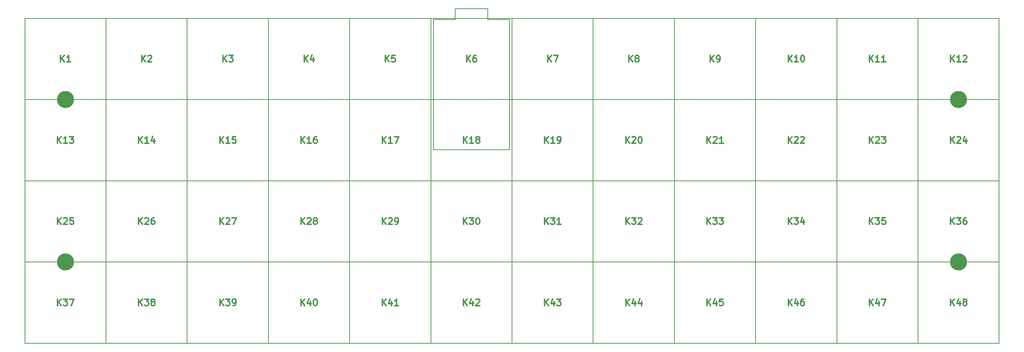
<source format=gto>
%TF.GenerationSoftware,KiCad,Pcbnew,6.0.3-a3aad9c10e~116~ubuntu21.10.1*%
%TF.CreationDate,2022-04-17T15:15:34+01:00*%
%TF.ProjectId,PCB,5043422e-6b69-4636-9164-5f7063625858,rev?*%
%TF.SameCoordinates,Original*%
%TF.FileFunction,Legend,Top*%
%TF.FilePolarity,Positive*%
%FSLAX46Y46*%
G04 Gerber Fmt 4.6, Leading zero omitted, Abs format (unit mm)*
G04 Created by KiCad (PCBNEW 6.0.3-a3aad9c10e~116~ubuntu21.10.1) date 2022-04-17 15:15:34*
%MOMM*%
%LPD*%
G01*
G04 APERTURE LIST*
%ADD10C,0.300000*%
%ADD11C,0.200000*%
%ADD12C,0.150000*%
%ADD13C,4.000000*%
G04 APERTURE END LIST*
D10*
%TO.C,K2*%
X63895142Y-71629428D02*
X63895142Y-70105428D01*
X64766000Y-71629428D02*
X64112857Y-70758571D01*
X64766000Y-70105428D02*
X63895142Y-70976285D01*
X65346571Y-70250571D02*
X65419142Y-70178000D01*
X65564285Y-70105428D01*
X65927142Y-70105428D01*
X66072285Y-70178000D01*
X66144857Y-70250571D01*
X66217428Y-70395714D01*
X66217428Y-70540857D01*
X66144857Y-70758571D01*
X65274000Y-71629428D01*
X66217428Y-71629428D01*
%TO.C,K40*%
X101169428Y-128629428D02*
X101169428Y-127105428D01*
X102040285Y-128629428D02*
X101387142Y-127758571D01*
X102040285Y-127105428D02*
X101169428Y-127976285D01*
X103346571Y-127613428D02*
X103346571Y-128629428D01*
X102983714Y-127032857D02*
X102620857Y-128121428D01*
X103564285Y-128121428D01*
X104435142Y-127105428D02*
X104580285Y-127105428D01*
X104725428Y-127178000D01*
X104798000Y-127250571D01*
X104870571Y-127395714D01*
X104943142Y-127686000D01*
X104943142Y-128048857D01*
X104870571Y-128339142D01*
X104798000Y-128484285D01*
X104725428Y-128556857D01*
X104580285Y-128629428D01*
X104435142Y-128629428D01*
X104290000Y-128556857D01*
X104217428Y-128484285D01*
X104144857Y-128339142D01*
X104072285Y-128048857D01*
X104072285Y-127686000D01*
X104144857Y-127395714D01*
X104217428Y-127250571D01*
X104290000Y-127178000D01*
X104435142Y-127105428D01*
%TO.C,K42*%
X139169428Y-128629428D02*
X139169428Y-127105428D01*
X140040285Y-128629428D02*
X139387142Y-127758571D01*
X140040285Y-127105428D02*
X139169428Y-127976285D01*
X141346571Y-127613428D02*
X141346571Y-128629428D01*
X140983714Y-127032857D02*
X140620857Y-128121428D01*
X141564285Y-128121428D01*
X142072285Y-127250571D02*
X142144857Y-127178000D01*
X142290000Y-127105428D01*
X142652857Y-127105428D01*
X142798000Y-127178000D01*
X142870571Y-127250571D01*
X142943142Y-127395714D01*
X142943142Y-127540857D01*
X142870571Y-127758571D01*
X141999714Y-128629428D01*
X142943142Y-128629428D01*
%TO.C,K35*%
X234169428Y-109629428D02*
X234169428Y-108105428D01*
X235040285Y-109629428D02*
X234387142Y-108758571D01*
X235040285Y-108105428D02*
X234169428Y-108976285D01*
X235548285Y-108105428D02*
X236491714Y-108105428D01*
X235983714Y-108686000D01*
X236201428Y-108686000D01*
X236346571Y-108758571D01*
X236419142Y-108831142D01*
X236491714Y-108976285D01*
X236491714Y-109339142D01*
X236419142Y-109484285D01*
X236346571Y-109556857D01*
X236201428Y-109629428D01*
X235766000Y-109629428D01*
X235620857Y-109556857D01*
X235548285Y-109484285D01*
X237870571Y-108105428D02*
X237144857Y-108105428D01*
X237072285Y-108831142D01*
X237144857Y-108758571D01*
X237290000Y-108686000D01*
X237652857Y-108686000D01*
X237798000Y-108758571D01*
X237870571Y-108831142D01*
X237943142Y-108976285D01*
X237943142Y-109339142D01*
X237870571Y-109484285D01*
X237798000Y-109556857D01*
X237652857Y-109629428D01*
X237290000Y-109629428D01*
X237144857Y-109556857D01*
X237072285Y-109484285D01*
%TO.C,K25*%
X44169428Y-109629428D02*
X44169428Y-108105428D01*
X45040285Y-109629428D02*
X44387142Y-108758571D01*
X45040285Y-108105428D02*
X44169428Y-108976285D01*
X45620857Y-108250571D02*
X45693428Y-108178000D01*
X45838571Y-108105428D01*
X46201428Y-108105428D01*
X46346571Y-108178000D01*
X46419142Y-108250571D01*
X46491714Y-108395714D01*
X46491714Y-108540857D01*
X46419142Y-108758571D01*
X45548285Y-109629428D01*
X46491714Y-109629428D01*
X47870571Y-108105428D02*
X47144857Y-108105428D01*
X47072285Y-108831142D01*
X47144857Y-108758571D01*
X47290000Y-108686000D01*
X47652857Y-108686000D01*
X47798000Y-108758571D01*
X47870571Y-108831142D01*
X47943142Y-108976285D01*
X47943142Y-109339142D01*
X47870571Y-109484285D01*
X47798000Y-109556857D01*
X47652857Y-109629428D01*
X47290000Y-109629428D01*
X47144857Y-109556857D01*
X47072285Y-109484285D01*
%TO.C,K32*%
X177169428Y-109629428D02*
X177169428Y-108105428D01*
X178040285Y-109629428D02*
X177387142Y-108758571D01*
X178040285Y-108105428D02*
X177169428Y-108976285D01*
X178548285Y-108105428D02*
X179491714Y-108105428D01*
X178983714Y-108686000D01*
X179201428Y-108686000D01*
X179346571Y-108758571D01*
X179419142Y-108831142D01*
X179491714Y-108976285D01*
X179491714Y-109339142D01*
X179419142Y-109484285D01*
X179346571Y-109556857D01*
X179201428Y-109629428D01*
X178766000Y-109629428D01*
X178620857Y-109556857D01*
X178548285Y-109484285D01*
X180072285Y-108250571D02*
X180144857Y-108178000D01*
X180290000Y-108105428D01*
X180652857Y-108105428D01*
X180798000Y-108178000D01*
X180870571Y-108250571D01*
X180943142Y-108395714D01*
X180943142Y-108540857D01*
X180870571Y-108758571D01*
X179999714Y-109629428D01*
X180943142Y-109629428D01*
%TO.C,K27*%
X82169428Y-109629428D02*
X82169428Y-108105428D01*
X83040285Y-109629428D02*
X82387142Y-108758571D01*
X83040285Y-108105428D02*
X82169428Y-108976285D01*
X83620857Y-108250571D02*
X83693428Y-108178000D01*
X83838571Y-108105428D01*
X84201428Y-108105428D01*
X84346571Y-108178000D01*
X84419142Y-108250571D01*
X84491714Y-108395714D01*
X84491714Y-108540857D01*
X84419142Y-108758571D01*
X83548285Y-109629428D01*
X84491714Y-109629428D01*
X84999714Y-108105428D02*
X86015714Y-108105428D01*
X85362571Y-109629428D01*
%TO.C,K12*%
X253169428Y-71629428D02*
X253169428Y-70105428D01*
X254040285Y-71629428D02*
X253387142Y-70758571D01*
X254040285Y-70105428D02*
X253169428Y-70976285D01*
X255491714Y-71629428D02*
X254620857Y-71629428D01*
X255056285Y-71629428D02*
X255056285Y-70105428D01*
X254911142Y-70323142D01*
X254766000Y-70468285D01*
X254620857Y-70540857D01*
X256072285Y-70250571D02*
X256144857Y-70178000D01*
X256290000Y-70105428D01*
X256652857Y-70105428D01*
X256798000Y-70178000D01*
X256870571Y-70250571D01*
X256943142Y-70395714D01*
X256943142Y-70540857D01*
X256870571Y-70758571D01*
X255999714Y-71629428D01*
X256943142Y-71629428D01*
%TO.C,K5*%
X120895142Y-71629428D02*
X120895142Y-70105428D01*
X121766000Y-71629428D02*
X121112857Y-70758571D01*
X121766000Y-70105428D02*
X120895142Y-70976285D01*
X123144857Y-70105428D02*
X122419142Y-70105428D01*
X122346571Y-70831142D01*
X122419142Y-70758571D01*
X122564285Y-70686000D01*
X122927142Y-70686000D01*
X123072285Y-70758571D01*
X123144857Y-70831142D01*
X123217428Y-70976285D01*
X123217428Y-71339142D01*
X123144857Y-71484285D01*
X123072285Y-71556857D01*
X122927142Y-71629428D01*
X122564285Y-71629428D01*
X122419142Y-71556857D01*
X122346571Y-71484285D01*
%TO.C,K7*%
X158895142Y-71629428D02*
X158895142Y-70105428D01*
X159766000Y-71629428D02*
X159112857Y-70758571D01*
X159766000Y-70105428D02*
X158895142Y-70976285D01*
X160274000Y-70105428D02*
X161290000Y-70105428D01*
X160636857Y-71629428D01*
%TO.C,K17*%
X120169428Y-90629428D02*
X120169428Y-89105428D01*
X121040285Y-90629428D02*
X120387142Y-89758571D01*
X121040285Y-89105428D02*
X120169428Y-89976285D01*
X122491714Y-90629428D02*
X121620857Y-90629428D01*
X122056285Y-90629428D02*
X122056285Y-89105428D01*
X121911142Y-89323142D01*
X121766000Y-89468285D01*
X121620857Y-89540857D01*
X122999714Y-89105428D02*
X124015714Y-89105428D01*
X123362571Y-90629428D01*
%TO.C,K19*%
X158169428Y-90629428D02*
X158169428Y-89105428D01*
X159040285Y-90629428D02*
X158387142Y-89758571D01*
X159040285Y-89105428D02*
X158169428Y-89976285D01*
X160491714Y-90629428D02*
X159620857Y-90629428D01*
X160056285Y-90629428D02*
X160056285Y-89105428D01*
X159911142Y-89323142D01*
X159766000Y-89468285D01*
X159620857Y-89540857D01*
X161217428Y-90629428D02*
X161507714Y-90629428D01*
X161652857Y-90556857D01*
X161725428Y-90484285D01*
X161870571Y-90266571D01*
X161943142Y-89976285D01*
X161943142Y-89395714D01*
X161870571Y-89250571D01*
X161798000Y-89178000D01*
X161652857Y-89105428D01*
X161362571Y-89105428D01*
X161217428Y-89178000D01*
X161144857Y-89250571D01*
X161072285Y-89395714D01*
X161072285Y-89758571D01*
X161144857Y-89903714D01*
X161217428Y-89976285D01*
X161362571Y-90048857D01*
X161652857Y-90048857D01*
X161798000Y-89976285D01*
X161870571Y-89903714D01*
X161943142Y-89758571D01*
%TO.C,K4*%
X101895142Y-71629428D02*
X101895142Y-70105428D01*
X102766000Y-71629428D02*
X102112857Y-70758571D01*
X102766000Y-70105428D02*
X101895142Y-70976285D01*
X104072285Y-70613428D02*
X104072285Y-71629428D01*
X103709428Y-70032857D02*
X103346571Y-71121428D01*
X104290000Y-71121428D01*
%TO.C,K23*%
X234169428Y-90629428D02*
X234169428Y-89105428D01*
X235040285Y-90629428D02*
X234387142Y-89758571D01*
X235040285Y-89105428D02*
X234169428Y-89976285D01*
X235620857Y-89250571D02*
X235693428Y-89178000D01*
X235838571Y-89105428D01*
X236201428Y-89105428D01*
X236346571Y-89178000D01*
X236419142Y-89250571D01*
X236491714Y-89395714D01*
X236491714Y-89540857D01*
X236419142Y-89758571D01*
X235548285Y-90629428D01*
X236491714Y-90629428D01*
X236999714Y-89105428D02*
X237943142Y-89105428D01*
X237435142Y-89686000D01*
X237652857Y-89686000D01*
X237798000Y-89758571D01*
X237870571Y-89831142D01*
X237943142Y-89976285D01*
X237943142Y-90339142D01*
X237870571Y-90484285D01*
X237798000Y-90556857D01*
X237652857Y-90629428D01*
X237217428Y-90629428D01*
X237072285Y-90556857D01*
X236999714Y-90484285D01*
%TO.C,K43*%
X158169428Y-128629428D02*
X158169428Y-127105428D01*
X159040285Y-128629428D02*
X158387142Y-127758571D01*
X159040285Y-127105428D02*
X158169428Y-127976285D01*
X160346571Y-127613428D02*
X160346571Y-128629428D01*
X159983714Y-127032857D02*
X159620857Y-128121428D01*
X160564285Y-128121428D01*
X160999714Y-127105428D02*
X161943142Y-127105428D01*
X161435142Y-127686000D01*
X161652857Y-127686000D01*
X161798000Y-127758571D01*
X161870571Y-127831142D01*
X161943142Y-127976285D01*
X161943142Y-128339142D01*
X161870571Y-128484285D01*
X161798000Y-128556857D01*
X161652857Y-128629428D01*
X161217428Y-128629428D01*
X161072285Y-128556857D01*
X160999714Y-128484285D01*
%TO.C,K10*%
X215169428Y-71629428D02*
X215169428Y-70105428D01*
X216040285Y-71629428D02*
X215387142Y-70758571D01*
X216040285Y-70105428D02*
X215169428Y-70976285D01*
X217491714Y-71629428D02*
X216620857Y-71629428D01*
X217056285Y-71629428D02*
X217056285Y-70105428D01*
X216911142Y-70323142D01*
X216766000Y-70468285D01*
X216620857Y-70540857D01*
X218435142Y-70105428D02*
X218580285Y-70105428D01*
X218725428Y-70178000D01*
X218798000Y-70250571D01*
X218870571Y-70395714D01*
X218943142Y-70686000D01*
X218943142Y-71048857D01*
X218870571Y-71339142D01*
X218798000Y-71484285D01*
X218725428Y-71556857D01*
X218580285Y-71629428D01*
X218435142Y-71629428D01*
X218290000Y-71556857D01*
X218217428Y-71484285D01*
X218144857Y-71339142D01*
X218072285Y-71048857D01*
X218072285Y-70686000D01*
X218144857Y-70395714D01*
X218217428Y-70250571D01*
X218290000Y-70178000D01*
X218435142Y-70105428D01*
%TO.C,K1*%
X44895142Y-71629428D02*
X44895142Y-70105428D01*
X45766000Y-71629428D02*
X45112857Y-70758571D01*
X45766000Y-70105428D02*
X44895142Y-70976285D01*
X47217428Y-71629428D02*
X46346571Y-71629428D01*
X46782000Y-71629428D02*
X46782000Y-70105428D01*
X46636857Y-70323142D01*
X46491714Y-70468285D01*
X46346571Y-70540857D01*
%TO.C,K44*%
X177169428Y-128629428D02*
X177169428Y-127105428D01*
X178040285Y-128629428D02*
X177387142Y-127758571D01*
X178040285Y-127105428D02*
X177169428Y-127976285D01*
X179346571Y-127613428D02*
X179346571Y-128629428D01*
X178983714Y-127032857D02*
X178620857Y-128121428D01*
X179564285Y-128121428D01*
X180798000Y-127613428D02*
X180798000Y-128629428D01*
X180435142Y-127032857D02*
X180072285Y-128121428D01*
X181015714Y-128121428D01*
%TO.C,K18*%
X139169428Y-90629428D02*
X139169428Y-89105428D01*
X140040285Y-90629428D02*
X139387142Y-89758571D01*
X140040285Y-89105428D02*
X139169428Y-89976285D01*
X141491714Y-90629428D02*
X140620857Y-90629428D01*
X141056285Y-90629428D02*
X141056285Y-89105428D01*
X140911142Y-89323142D01*
X140766000Y-89468285D01*
X140620857Y-89540857D01*
X142362571Y-89758571D02*
X142217428Y-89686000D01*
X142144857Y-89613428D01*
X142072285Y-89468285D01*
X142072285Y-89395714D01*
X142144857Y-89250571D01*
X142217428Y-89178000D01*
X142362571Y-89105428D01*
X142652857Y-89105428D01*
X142798000Y-89178000D01*
X142870571Y-89250571D01*
X142943142Y-89395714D01*
X142943142Y-89468285D01*
X142870571Y-89613428D01*
X142798000Y-89686000D01*
X142652857Y-89758571D01*
X142362571Y-89758571D01*
X142217428Y-89831142D01*
X142144857Y-89903714D01*
X142072285Y-90048857D01*
X142072285Y-90339142D01*
X142144857Y-90484285D01*
X142217428Y-90556857D01*
X142362571Y-90629428D01*
X142652857Y-90629428D01*
X142798000Y-90556857D01*
X142870571Y-90484285D01*
X142943142Y-90339142D01*
X142943142Y-90048857D01*
X142870571Y-89903714D01*
X142798000Y-89831142D01*
X142652857Y-89758571D01*
%TO.C,K24*%
X253169428Y-90629428D02*
X253169428Y-89105428D01*
X254040285Y-90629428D02*
X253387142Y-89758571D01*
X254040285Y-89105428D02*
X253169428Y-89976285D01*
X254620857Y-89250571D02*
X254693428Y-89178000D01*
X254838571Y-89105428D01*
X255201428Y-89105428D01*
X255346571Y-89178000D01*
X255419142Y-89250571D01*
X255491714Y-89395714D01*
X255491714Y-89540857D01*
X255419142Y-89758571D01*
X254548285Y-90629428D01*
X255491714Y-90629428D01*
X256798000Y-89613428D02*
X256798000Y-90629428D01*
X256435142Y-89032857D02*
X256072285Y-90121428D01*
X257015714Y-90121428D01*
%TO.C,K22*%
X215169428Y-90629428D02*
X215169428Y-89105428D01*
X216040285Y-90629428D02*
X215387142Y-89758571D01*
X216040285Y-89105428D02*
X215169428Y-89976285D01*
X216620857Y-89250571D02*
X216693428Y-89178000D01*
X216838571Y-89105428D01*
X217201428Y-89105428D01*
X217346571Y-89178000D01*
X217419142Y-89250571D01*
X217491714Y-89395714D01*
X217491714Y-89540857D01*
X217419142Y-89758571D01*
X216548285Y-90629428D01*
X217491714Y-90629428D01*
X218072285Y-89250571D02*
X218144857Y-89178000D01*
X218290000Y-89105428D01*
X218652857Y-89105428D01*
X218798000Y-89178000D01*
X218870571Y-89250571D01*
X218943142Y-89395714D01*
X218943142Y-89540857D01*
X218870571Y-89758571D01*
X217999714Y-90629428D01*
X218943142Y-90629428D01*
%TO.C,K46*%
X215169428Y-128629428D02*
X215169428Y-127105428D01*
X216040285Y-128629428D02*
X215387142Y-127758571D01*
X216040285Y-127105428D02*
X215169428Y-127976285D01*
X217346571Y-127613428D02*
X217346571Y-128629428D01*
X216983714Y-127032857D02*
X216620857Y-128121428D01*
X217564285Y-128121428D01*
X218798000Y-127105428D02*
X218507714Y-127105428D01*
X218362571Y-127178000D01*
X218290000Y-127250571D01*
X218144857Y-127468285D01*
X218072285Y-127758571D01*
X218072285Y-128339142D01*
X218144857Y-128484285D01*
X218217428Y-128556857D01*
X218362571Y-128629428D01*
X218652857Y-128629428D01*
X218798000Y-128556857D01*
X218870571Y-128484285D01*
X218943142Y-128339142D01*
X218943142Y-127976285D01*
X218870571Y-127831142D01*
X218798000Y-127758571D01*
X218652857Y-127686000D01*
X218362571Y-127686000D01*
X218217428Y-127758571D01*
X218144857Y-127831142D01*
X218072285Y-127976285D01*
%TO.C,K28*%
X101169428Y-109629428D02*
X101169428Y-108105428D01*
X102040285Y-109629428D02*
X101387142Y-108758571D01*
X102040285Y-108105428D02*
X101169428Y-108976285D01*
X102620857Y-108250571D02*
X102693428Y-108178000D01*
X102838571Y-108105428D01*
X103201428Y-108105428D01*
X103346571Y-108178000D01*
X103419142Y-108250571D01*
X103491714Y-108395714D01*
X103491714Y-108540857D01*
X103419142Y-108758571D01*
X102548285Y-109629428D01*
X103491714Y-109629428D01*
X104362571Y-108758571D02*
X104217428Y-108686000D01*
X104144857Y-108613428D01*
X104072285Y-108468285D01*
X104072285Y-108395714D01*
X104144857Y-108250571D01*
X104217428Y-108178000D01*
X104362571Y-108105428D01*
X104652857Y-108105428D01*
X104798000Y-108178000D01*
X104870571Y-108250571D01*
X104943142Y-108395714D01*
X104943142Y-108468285D01*
X104870571Y-108613428D01*
X104798000Y-108686000D01*
X104652857Y-108758571D01*
X104362571Y-108758571D01*
X104217428Y-108831142D01*
X104144857Y-108903714D01*
X104072285Y-109048857D01*
X104072285Y-109339142D01*
X104144857Y-109484285D01*
X104217428Y-109556857D01*
X104362571Y-109629428D01*
X104652857Y-109629428D01*
X104798000Y-109556857D01*
X104870571Y-109484285D01*
X104943142Y-109339142D01*
X104943142Y-109048857D01*
X104870571Y-108903714D01*
X104798000Y-108831142D01*
X104652857Y-108758571D01*
%TO.C,K3*%
X82895142Y-71629428D02*
X82895142Y-70105428D01*
X83766000Y-71629428D02*
X83112857Y-70758571D01*
X83766000Y-70105428D02*
X82895142Y-70976285D01*
X84274000Y-70105428D02*
X85217428Y-70105428D01*
X84709428Y-70686000D01*
X84927142Y-70686000D01*
X85072285Y-70758571D01*
X85144857Y-70831142D01*
X85217428Y-70976285D01*
X85217428Y-71339142D01*
X85144857Y-71484285D01*
X85072285Y-71556857D01*
X84927142Y-71629428D01*
X84491714Y-71629428D01*
X84346571Y-71556857D01*
X84274000Y-71484285D01*
%TO.C,K9*%
X196895142Y-71629428D02*
X196895142Y-70105428D01*
X197766000Y-71629428D02*
X197112857Y-70758571D01*
X197766000Y-70105428D02*
X196895142Y-70976285D01*
X198491714Y-71629428D02*
X198782000Y-71629428D01*
X198927142Y-71556857D01*
X198999714Y-71484285D01*
X199144857Y-71266571D01*
X199217428Y-70976285D01*
X199217428Y-70395714D01*
X199144857Y-70250571D01*
X199072285Y-70178000D01*
X198927142Y-70105428D01*
X198636857Y-70105428D01*
X198491714Y-70178000D01*
X198419142Y-70250571D01*
X198346571Y-70395714D01*
X198346571Y-70758571D01*
X198419142Y-70903714D01*
X198491714Y-70976285D01*
X198636857Y-71048857D01*
X198927142Y-71048857D01*
X199072285Y-70976285D01*
X199144857Y-70903714D01*
X199217428Y-70758571D01*
%TO.C,K8*%
X177895142Y-71629428D02*
X177895142Y-70105428D01*
X178766000Y-71629428D02*
X178112857Y-70758571D01*
X178766000Y-70105428D02*
X177895142Y-70976285D01*
X179636857Y-70758571D02*
X179491714Y-70686000D01*
X179419142Y-70613428D01*
X179346571Y-70468285D01*
X179346571Y-70395714D01*
X179419142Y-70250571D01*
X179491714Y-70178000D01*
X179636857Y-70105428D01*
X179927142Y-70105428D01*
X180072285Y-70178000D01*
X180144857Y-70250571D01*
X180217428Y-70395714D01*
X180217428Y-70468285D01*
X180144857Y-70613428D01*
X180072285Y-70686000D01*
X179927142Y-70758571D01*
X179636857Y-70758571D01*
X179491714Y-70831142D01*
X179419142Y-70903714D01*
X179346571Y-71048857D01*
X179346571Y-71339142D01*
X179419142Y-71484285D01*
X179491714Y-71556857D01*
X179636857Y-71629428D01*
X179927142Y-71629428D01*
X180072285Y-71556857D01*
X180144857Y-71484285D01*
X180217428Y-71339142D01*
X180217428Y-71048857D01*
X180144857Y-70903714D01*
X180072285Y-70831142D01*
X179927142Y-70758571D01*
%TO.C,K21*%
X196169428Y-90629428D02*
X196169428Y-89105428D01*
X197040285Y-90629428D02*
X196387142Y-89758571D01*
X197040285Y-89105428D02*
X196169428Y-89976285D01*
X197620857Y-89250571D02*
X197693428Y-89178000D01*
X197838571Y-89105428D01*
X198201428Y-89105428D01*
X198346571Y-89178000D01*
X198419142Y-89250571D01*
X198491714Y-89395714D01*
X198491714Y-89540857D01*
X198419142Y-89758571D01*
X197548285Y-90629428D01*
X198491714Y-90629428D01*
X199943142Y-90629428D02*
X199072285Y-90629428D01*
X199507714Y-90629428D02*
X199507714Y-89105428D01*
X199362571Y-89323142D01*
X199217428Y-89468285D01*
X199072285Y-89540857D01*
%TO.C,K29*%
X120169428Y-109629428D02*
X120169428Y-108105428D01*
X121040285Y-109629428D02*
X120387142Y-108758571D01*
X121040285Y-108105428D02*
X120169428Y-108976285D01*
X121620857Y-108250571D02*
X121693428Y-108178000D01*
X121838571Y-108105428D01*
X122201428Y-108105428D01*
X122346571Y-108178000D01*
X122419142Y-108250571D01*
X122491714Y-108395714D01*
X122491714Y-108540857D01*
X122419142Y-108758571D01*
X121548285Y-109629428D01*
X122491714Y-109629428D01*
X123217428Y-109629428D02*
X123507714Y-109629428D01*
X123652857Y-109556857D01*
X123725428Y-109484285D01*
X123870571Y-109266571D01*
X123943142Y-108976285D01*
X123943142Y-108395714D01*
X123870571Y-108250571D01*
X123798000Y-108178000D01*
X123652857Y-108105428D01*
X123362571Y-108105428D01*
X123217428Y-108178000D01*
X123144857Y-108250571D01*
X123072285Y-108395714D01*
X123072285Y-108758571D01*
X123144857Y-108903714D01*
X123217428Y-108976285D01*
X123362571Y-109048857D01*
X123652857Y-109048857D01*
X123798000Y-108976285D01*
X123870571Y-108903714D01*
X123943142Y-108758571D01*
%TO.C,K14*%
X63169428Y-90629428D02*
X63169428Y-89105428D01*
X64040285Y-90629428D02*
X63387142Y-89758571D01*
X64040285Y-89105428D02*
X63169428Y-89976285D01*
X65491714Y-90629428D02*
X64620857Y-90629428D01*
X65056285Y-90629428D02*
X65056285Y-89105428D01*
X64911142Y-89323142D01*
X64766000Y-89468285D01*
X64620857Y-89540857D01*
X66798000Y-89613428D02*
X66798000Y-90629428D01*
X66435142Y-89032857D02*
X66072285Y-90121428D01*
X67015714Y-90121428D01*
%TO.C,K39*%
X82169428Y-128629428D02*
X82169428Y-127105428D01*
X83040285Y-128629428D02*
X82387142Y-127758571D01*
X83040285Y-127105428D02*
X82169428Y-127976285D01*
X83548285Y-127105428D02*
X84491714Y-127105428D01*
X83983714Y-127686000D01*
X84201428Y-127686000D01*
X84346571Y-127758571D01*
X84419142Y-127831142D01*
X84491714Y-127976285D01*
X84491714Y-128339142D01*
X84419142Y-128484285D01*
X84346571Y-128556857D01*
X84201428Y-128629428D01*
X83766000Y-128629428D01*
X83620857Y-128556857D01*
X83548285Y-128484285D01*
X85217428Y-128629428D02*
X85507714Y-128629428D01*
X85652857Y-128556857D01*
X85725428Y-128484285D01*
X85870571Y-128266571D01*
X85943142Y-127976285D01*
X85943142Y-127395714D01*
X85870571Y-127250571D01*
X85798000Y-127178000D01*
X85652857Y-127105428D01*
X85362571Y-127105428D01*
X85217428Y-127178000D01*
X85144857Y-127250571D01*
X85072285Y-127395714D01*
X85072285Y-127758571D01*
X85144857Y-127903714D01*
X85217428Y-127976285D01*
X85362571Y-128048857D01*
X85652857Y-128048857D01*
X85798000Y-127976285D01*
X85870571Y-127903714D01*
X85943142Y-127758571D01*
%TO.C,K6*%
X139895142Y-71629428D02*
X139895142Y-70105428D01*
X140766000Y-71629428D02*
X140112857Y-70758571D01*
X140766000Y-70105428D02*
X139895142Y-70976285D01*
X142072285Y-70105428D02*
X141782000Y-70105428D01*
X141636857Y-70178000D01*
X141564285Y-70250571D01*
X141419142Y-70468285D01*
X141346571Y-70758571D01*
X141346571Y-71339142D01*
X141419142Y-71484285D01*
X141491714Y-71556857D01*
X141636857Y-71629428D01*
X141927142Y-71629428D01*
X142072285Y-71556857D01*
X142144857Y-71484285D01*
X142217428Y-71339142D01*
X142217428Y-70976285D01*
X142144857Y-70831142D01*
X142072285Y-70758571D01*
X141927142Y-70686000D01*
X141636857Y-70686000D01*
X141491714Y-70758571D01*
X141419142Y-70831142D01*
X141346571Y-70976285D01*
%TO.C,K45*%
X196169428Y-128629428D02*
X196169428Y-127105428D01*
X197040285Y-128629428D02*
X196387142Y-127758571D01*
X197040285Y-127105428D02*
X196169428Y-127976285D01*
X198346571Y-127613428D02*
X198346571Y-128629428D01*
X197983714Y-127032857D02*
X197620857Y-128121428D01*
X198564285Y-128121428D01*
X199870571Y-127105428D02*
X199144857Y-127105428D01*
X199072285Y-127831142D01*
X199144857Y-127758571D01*
X199290000Y-127686000D01*
X199652857Y-127686000D01*
X199798000Y-127758571D01*
X199870571Y-127831142D01*
X199943142Y-127976285D01*
X199943142Y-128339142D01*
X199870571Y-128484285D01*
X199798000Y-128556857D01*
X199652857Y-128629428D01*
X199290000Y-128629428D01*
X199144857Y-128556857D01*
X199072285Y-128484285D01*
%TO.C,K31*%
X158169428Y-109629428D02*
X158169428Y-108105428D01*
X159040285Y-109629428D02*
X158387142Y-108758571D01*
X159040285Y-108105428D02*
X158169428Y-108976285D01*
X159548285Y-108105428D02*
X160491714Y-108105428D01*
X159983714Y-108686000D01*
X160201428Y-108686000D01*
X160346571Y-108758571D01*
X160419142Y-108831142D01*
X160491714Y-108976285D01*
X160491714Y-109339142D01*
X160419142Y-109484285D01*
X160346571Y-109556857D01*
X160201428Y-109629428D01*
X159766000Y-109629428D01*
X159620857Y-109556857D01*
X159548285Y-109484285D01*
X161943142Y-109629428D02*
X161072285Y-109629428D01*
X161507714Y-109629428D02*
X161507714Y-108105428D01*
X161362571Y-108323142D01*
X161217428Y-108468285D01*
X161072285Y-108540857D01*
%TO.C,K26*%
X63169428Y-109629428D02*
X63169428Y-108105428D01*
X64040285Y-109629428D02*
X63387142Y-108758571D01*
X64040285Y-108105428D02*
X63169428Y-108976285D01*
X64620857Y-108250571D02*
X64693428Y-108178000D01*
X64838571Y-108105428D01*
X65201428Y-108105428D01*
X65346571Y-108178000D01*
X65419142Y-108250571D01*
X65491714Y-108395714D01*
X65491714Y-108540857D01*
X65419142Y-108758571D01*
X64548285Y-109629428D01*
X65491714Y-109629428D01*
X66798000Y-108105428D02*
X66507714Y-108105428D01*
X66362571Y-108178000D01*
X66290000Y-108250571D01*
X66144857Y-108468285D01*
X66072285Y-108758571D01*
X66072285Y-109339142D01*
X66144857Y-109484285D01*
X66217428Y-109556857D01*
X66362571Y-109629428D01*
X66652857Y-109629428D01*
X66798000Y-109556857D01*
X66870571Y-109484285D01*
X66943142Y-109339142D01*
X66943142Y-108976285D01*
X66870571Y-108831142D01*
X66798000Y-108758571D01*
X66652857Y-108686000D01*
X66362571Y-108686000D01*
X66217428Y-108758571D01*
X66144857Y-108831142D01*
X66072285Y-108976285D01*
%TO.C,K15*%
X82169428Y-90629428D02*
X82169428Y-89105428D01*
X83040285Y-90629428D02*
X82387142Y-89758571D01*
X83040285Y-89105428D02*
X82169428Y-89976285D01*
X84491714Y-90629428D02*
X83620857Y-90629428D01*
X84056285Y-90629428D02*
X84056285Y-89105428D01*
X83911142Y-89323142D01*
X83766000Y-89468285D01*
X83620857Y-89540857D01*
X85870571Y-89105428D02*
X85144857Y-89105428D01*
X85072285Y-89831142D01*
X85144857Y-89758571D01*
X85290000Y-89686000D01*
X85652857Y-89686000D01*
X85798000Y-89758571D01*
X85870571Y-89831142D01*
X85943142Y-89976285D01*
X85943142Y-90339142D01*
X85870571Y-90484285D01*
X85798000Y-90556857D01*
X85652857Y-90629428D01*
X85290000Y-90629428D01*
X85144857Y-90556857D01*
X85072285Y-90484285D01*
%TO.C,K36*%
X253169428Y-109629428D02*
X253169428Y-108105428D01*
X254040285Y-109629428D02*
X253387142Y-108758571D01*
X254040285Y-108105428D02*
X253169428Y-108976285D01*
X254548285Y-108105428D02*
X255491714Y-108105428D01*
X254983714Y-108686000D01*
X255201428Y-108686000D01*
X255346571Y-108758571D01*
X255419142Y-108831142D01*
X255491714Y-108976285D01*
X255491714Y-109339142D01*
X255419142Y-109484285D01*
X255346571Y-109556857D01*
X255201428Y-109629428D01*
X254766000Y-109629428D01*
X254620857Y-109556857D01*
X254548285Y-109484285D01*
X256798000Y-108105428D02*
X256507714Y-108105428D01*
X256362571Y-108178000D01*
X256290000Y-108250571D01*
X256144857Y-108468285D01*
X256072285Y-108758571D01*
X256072285Y-109339142D01*
X256144857Y-109484285D01*
X256217428Y-109556857D01*
X256362571Y-109629428D01*
X256652857Y-109629428D01*
X256798000Y-109556857D01*
X256870571Y-109484285D01*
X256943142Y-109339142D01*
X256943142Y-108976285D01*
X256870571Y-108831142D01*
X256798000Y-108758571D01*
X256652857Y-108686000D01*
X256362571Y-108686000D01*
X256217428Y-108758571D01*
X256144857Y-108831142D01*
X256072285Y-108976285D01*
%TO.C,K30*%
X139169428Y-109629428D02*
X139169428Y-108105428D01*
X140040285Y-109629428D02*
X139387142Y-108758571D01*
X140040285Y-108105428D02*
X139169428Y-108976285D01*
X140548285Y-108105428D02*
X141491714Y-108105428D01*
X140983714Y-108686000D01*
X141201428Y-108686000D01*
X141346571Y-108758571D01*
X141419142Y-108831142D01*
X141491714Y-108976285D01*
X141491714Y-109339142D01*
X141419142Y-109484285D01*
X141346571Y-109556857D01*
X141201428Y-109629428D01*
X140766000Y-109629428D01*
X140620857Y-109556857D01*
X140548285Y-109484285D01*
X142435142Y-108105428D02*
X142580285Y-108105428D01*
X142725428Y-108178000D01*
X142798000Y-108250571D01*
X142870571Y-108395714D01*
X142943142Y-108686000D01*
X142943142Y-109048857D01*
X142870571Y-109339142D01*
X142798000Y-109484285D01*
X142725428Y-109556857D01*
X142580285Y-109629428D01*
X142435142Y-109629428D01*
X142290000Y-109556857D01*
X142217428Y-109484285D01*
X142144857Y-109339142D01*
X142072285Y-109048857D01*
X142072285Y-108686000D01*
X142144857Y-108395714D01*
X142217428Y-108250571D01*
X142290000Y-108178000D01*
X142435142Y-108105428D01*
%TO.C,K34*%
X215169428Y-109629428D02*
X215169428Y-108105428D01*
X216040285Y-109629428D02*
X215387142Y-108758571D01*
X216040285Y-108105428D02*
X215169428Y-108976285D01*
X216548285Y-108105428D02*
X217491714Y-108105428D01*
X216983714Y-108686000D01*
X217201428Y-108686000D01*
X217346571Y-108758571D01*
X217419142Y-108831142D01*
X217491714Y-108976285D01*
X217491714Y-109339142D01*
X217419142Y-109484285D01*
X217346571Y-109556857D01*
X217201428Y-109629428D01*
X216766000Y-109629428D01*
X216620857Y-109556857D01*
X216548285Y-109484285D01*
X218798000Y-108613428D02*
X218798000Y-109629428D01*
X218435142Y-108032857D02*
X218072285Y-109121428D01*
X219015714Y-109121428D01*
%TO.C,K48*%
X253169428Y-128629428D02*
X253169428Y-127105428D01*
X254040285Y-128629428D02*
X253387142Y-127758571D01*
X254040285Y-127105428D02*
X253169428Y-127976285D01*
X255346571Y-127613428D02*
X255346571Y-128629428D01*
X254983714Y-127032857D02*
X254620857Y-128121428D01*
X255564285Y-128121428D01*
X256362571Y-127758571D02*
X256217428Y-127686000D01*
X256144857Y-127613428D01*
X256072285Y-127468285D01*
X256072285Y-127395714D01*
X256144857Y-127250571D01*
X256217428Y-127178000D01*
X256362571Y-127105428D01*
X256652857Y-127105428D01*
X256798000Y-127178000D01*
X256870571Y-127250571D01*
X256943142Y-127395714D01*
X256943142Y-127468285D01*
X256870571Y-127613428D01*
X256798000Y-127686000D01*
X256652857Y-127758571D01*
X256362571Y-127758571D01*
X256217428Y-127831142D01*
X256144857Y-127903714D01*
X256072285Y-128048857D01*
X256072285Y-128339142D01*
X256144857Y-128484285D01*
X256217428Y-128556857D01*
X256362571Y-128629428D01*
X256652857Y-128629428D01*
X256798000Y-128556857D01*
X256870571Y-128484285D01*
X256943142Y-128339142D01*
X256943142Y-128048857D01*
X256870571Y-127903714D01*
X256798000Y-127831142D01*
X256652857Y-127758571D01*
%TO.C,K11*%
X234169428Y-71629428D02*
X234169428Y-70105428D01*
X235040285Y-71629428D02*
X234387142Y-70758571D01*
X235040285Y-70105428D02*
X234169428Y-70976285D01*
X236491714Y-71629428D02*
X235620857Y-71629428D01*
X236056285Y-71629428D02*
X236056285Y-70105428D01*
X235911142Y-70323142D01*
X235766000Y-70468285D01*
X235620857Y-70540857D01*
X237943142Y-71629428D02*
X237072285Y-71629428D01*
X237507714Y-71629428D02*
X237507714Y-70105428D01*
X237362571Y-70323142D01*
X237217428Y-70468285D01*
X237072285Y-70540857D01*
%TO.C,K20*%
X177169428Y-90629428D02*
X177169428Y-89105428D01*
X178040285Y-90629428D02*
X177387142Y-89758571D01*
X178040285Y-89105428D02*
X177169428Y-89976285D01*
X178620857Y-89250571D02*
X178693428Y-89178000D01*
X178838571Y-89105428D01*
X179201428Y-89105428D01*
X179346571Y-89178000D01*
X179419142Y-89250571D01*
X179491714Y-89395714D01*
X179491714Y-89540857D01*
X179419142Y-89758571D01*
X178548285Y-90629428D01*
X179491714Y-90629428D01*
X180435142Y-89105428D02*
X180580285Y-89105428D01*
X180725428Y-89178000D01*
X180798000Y-89250571D01*
X180870571Y-89395714D01*
X180943142Y-89686000D01*
X180943142Y-90048857D01*
X180870571Y-90339142D01*
X180798000Y-90484285D01*
X180725428Y-90556857D01*
X180580285Y-90629428D01*
X180435142Y-90629428D01*
X180290000Y-90556857D01*
X180217428Y-90484285D01*
X180144857Y-90339142D01*
X180072285Y-90048857D01*
X180072285Y-89686000D01*
X180144857Y-89395714D01*
X180217428Y-89250571D01*
X180290000Y-89178000D01*
X180435142Y-89105428D01*
%TO.C,K33*%
X196169428Y-109629428D02*
X196169428Y-108105428D01*
X197040285Y-109629428D02*
X196387142Y-108758571D01*
X197040285Y-108105428D02*
X196169428Y-108976285D01*
X197548285Y-108105428D02*
X198491714Y-108105428D01*
X197983714Y-108686000D01*
X198201428Y-108686000D01*
X198346571Y-108758571D01*
X198419142Y-108831142D01*
X198491714Y-108976285D01*
X198491714Y-109339142D01*
X198419142Y-109484285D01*
X198346571Y-109556857D01*
X198201428Y-109629428D01*
X197766000Y-109629428D01*
X197620857Y-109556857D01*
X197548285Y-109484285D01*
X198999714Y-108105428D02*
X199943142Y-108105428D01*
X199435142Y-108686000D01*
X199652857Y-108686000D01*
X199798000Y-108758571D01*
X199870571Y-108831142D01*
X199943142Y-108976285D01*
X199943142Y-109339142D01*
X199870571Y-109484285D01*
X199798000Y-109556857D01*
X199652857Y-109629428D01*
X199217428Y-109629428D01*
X199072285Y-109556857D01*
X198999714Y-109484285D01*
%TO.C,K41*%
X120169428Y-128629428D02*
X120169428Y-127105428D01*
X121040285Y-128629428D02*
X120387142Y-127758571D01*
X121040285Y-127105428D02*
X120169428Y-127976285D01*
X122346571Y-127613428D02*
X122346571Y-128629428D01*
X121983714Y-127032857D02*
X121620857Y-128121428D01*
X122564285Y-128121428D01*
X123943142Y-128629428D02*
X123072285Y-128629428D01*
X123507714Y-128629428D02*
X123507714Y-127105428D01*
X123362571Y-127323142D01*
X123217428Y-127468285D01*
X123072285Y-127540857D01*
%TO.C,K47*%
X234169428Y-128629428D02*
X234169428Y-127105428D01*
X235040285Y-128629428D02*
X234387142Y-127758571D01*
X235040285Y-127105428D02*
X234169428Y-127976285D01*
X236346571Y-127613428D02*
X236346571Y-128629428D01*
X235983714Y-127032857D02*
X235620857Y-128121428D01*
X236564285Y-128121428D01*
X236999714Y-127105428D02*
X238015714Y-127105428D01*
X237362571Y-128629428D01*
%TO.C,K37*%
X44169428Y-128629428D02*
X44169428Y-127105428D01*
X45040285Y-128629428D02*
X44387142Y-127758571D01*
X45040285Y-127105428D02*
X44169428Y-127976285D01*
X45548285Y-127105428D02*
X46491714Y-127105428D01*
X45983714Y-127686000D01*
X46201428Y-127686000D01*
X46346571Y-127758571D01*
X46419142Y-127831142D01*
X46491714Y-127976285D01*
X46491714Y-128339142D01*
X46419142Y-128484285D01*
X46346571Y-128556857D01*
X46201428Y-128629428D01*
X45766000Y-128629428D01*
X45620857Y-128556857D01*
X45548285Y-128484285D01*
X46999714Y-127105428D02*
X48015714Y-127105428D01*
X47362571Y-128629428D01*
%TO.C,K16*%
X101169428Y-90629428D02*
X101169428Y-89105428D01*
X102040285Y-90629428D02*
X101387142Y-89758571D01*
X102040285Y-89105428D02*
X101169428Y-89976285D01*
X103491714Y-90629428D02*
X102620857Y-90629428D01*
X103056285Y-90629428D02*
X103056285Y-89105428D01*
X102911142Y-89323142D01*
X102766000Y-89468285D01*
X102620857Y-89540857D01*
X104798000Y-89105428D02*
X104507714Y-89105428D01*
X104362571Y-89178000D01*
X104290000Y-89250571D01*
X104144857Y-89468285D01*
X104072285Y-89758571D01*
X104072285Y-90339142D01*
X104144857Y-90484285D01*
X104217428Y-90556857D01*
X104362571Y-90629428D01*
X104652857Y-90629428D01*
X104798000Y-90556857D01*
X104870571Y-90484285D01*
X104943142Y-90339142D01*
X104943142Y-89976285D01*
X104870571Y-89831142D01*
X104798000Y-89758571D01*
X104652857Y-89686000D01*
X104362571Y-89686000D01*
X104217428Y-89758571D01*
X104144857Y-89831142D01*
X104072285Y-89976285D01*
%TO.C,K38*%
X63169428Y-128629428D02*
X63169428Y-127105428D01*
X64040285Y-128629428D02*
X63387142Y-127758571D01*
X64040285Y-127105428D02*
X63169428Y-127976285D01*
X64548285Y-127105428D02*
X65491714Y-127105428D01*
X64983714Y-127686000D01*
X65201428Y-127686000D01*
X65346571Y-127758571D01*
X65419142Y-127831142D01*
X65491714Y-127976285D01*
X65491714Y-128339142D01*
X65419142Y-128484285D01*
X65346571Y-128556857D01*
X65201428Y-128629428D01*
X64766000Y-128629428D01*
X64620857Y-128556857D01*
X64548285Y-128484285D01*
X66362571Y-127758571D02*
X66217428Y-127686000D01*
X66144857Y-127613428D01*
X66072285Y-127468285D01*
X66072285Y-127395714D01*
X66144857Y-127250571D01*
X66217428Y-127178000D01*
X66362571Y-127105428D01*
X66652857Y-127105428D01*
X66798000Y-127178000D01*
X66870571Y-127250571D01*
X66943142Y-127395714D01*
X66943142Y-127468285D01*
X66870571Y-127613428D01*
X66798000Y-127686000D01*
X66652857Y-127758571D01*
X66362571Y-127758571D01*
X66217428Y-127831142D01*
X66144857Y-127903714D01*
X66072285Y-128048857D01*
X66072285Y-128339142D01*
X66144857Y-128484285D01*
X66217428Y-128556857D01*
X66362571Y-128629428D01*
X66652857Y-128629428D01*
X66798000Y-128556857D01*
X66870571Y-128484285D01*
X66943142Y-128339142D01*
X66943142Y-128048857D01*
X66870571Y-127903714D01*
X66798000Y-127831142D01*
X66652857Y-127758571D01*
%TO.C,K13*%
X44169428Y-90629428D02*
X44169428Y-89105428D01*
X45040285Y-90629428D02*
X44387142Y-89758571D01*
X45040285Y-89105428D02*
X44169428Y-89976285D01*
X46491714Y-90629428D02*
X45620857Y-90629428D01*
X46056285Y-90629428D02*
X46056285Y-89105428D01*
X45911142Y-89323142D01*
X45766000Y-89468285D01*
X45620857Y-89540857D01*
X46999714Y-89105428D02*
X47943142Y-89105428D01*
X47435142Y-89686000D01*
X47652857Y-89686000D01*
X47798000Y-89758571D01*
X47870571Y-89831142D01*
X47943142Y-89976285D01*
X47943142Y-90339142D01*
X47870571Y-90484285D01*
X47798000Y-90556857D01*
X47652857Y-90629428D01*
X47217428Y-90629428D01*
X47072285Y-90556857D01*
X46999714Y-90484285D01*
D11*
%TO.C,K2*%
X55520000Y-61440000D02*
X74520000Y-61440000D01*
X74520000Y-61440000D02*
X74520000Y-80440000D01*
X74520000Y-80440000D02*
X55520000Y-80440000D01*
X55520000Y-80440000D02*
X55520000Y-61440000D01*
%TO.C,K40*%
X93520000Y-118440000D02*
X112520000Y-118440000D01*
X112520000Y-118440000D02*
X112520000Y-137440000D01*
X112520000Y-137440000D02*
X93520000Y-137440000D01*
X93520000Y-137440000D02*
X93520000Y-118440000D01*
%TO.C,K42*%
X131520000Y-118440000D02*
X150520000Y-118440000D01*
X150520000Y-118440000D02*
X150520000Y-137440000D01*
X150520000Y-137440000D02*
X131520000Y-137440000D01*
X131520000Y-137440000D02*
X131520000Y-118440000D01*
%TO.C,K35*%
X226520000Y-99440000D02*
X245520000Y-99440000D01*
X245520000Y-99440000D02*
X245520000Y-118440000D01*
X245520000Y-118440000D02*
X226520000Y-118440000D01*
X226520000Y-118440000D02*
X226520000Y-99440000D01*
%TO.C,K25*%
X36520000Y-99440000D02*
X55520000Y-99440000D01*
X55520000Y-99440000D02*
X55520000Y-118440000D01*
X55520000Y-118440000D02*
X36520000Y-118440000D01*
X36520000Y-118440000D02*
X36520000Y-99440000D01*
%TO.C,K32*%
X169520000Y-99440000D02*
X188520000Y-99440000D01*
X188520000Y-99440000D02*
X188520000Y-118440000D01*
X188520000Y-118440000D02*
X169520000Y-118440000D01*
X169520000Y-118440000D02*
X169520000Y-99440000D01*
%TO.C,K27*%
X74520000Y-99440000D02*
X93520000Y-99440000D01*
X93520000Y-99440000D02*
X93520000Y-118440000D01*
X93520000Y-118440000D02*
X74520000Y-118440000D01*
X74520000Y-118440000D02*
X74520000Y-99440000D01*
%TO.C,K12*%
X245520000Y-61440000D02*
X264520000Y-61440000D01*
X264520000Y-61440000D02*
X264520000Y-80440000D01*
X264520000Y-80440000D02*
X245520000Y-80440000D01*
X245520000Y-80440000D02*
X245520000Y-61440000D01*
%TO.C,K5*%
X112520000Y-61440000D02*
X131520000Y-61440000D01*
X131520000Y-61440000D02*
X131520000Y-80440000D01*
X131520000Y-80440000D02*
X112520000Y-80440000D01*
X112520000Y-80440000D02*
X112520000Y-61440000D01*
%TO.C,K7*%
X150520000Y-61440000D02*
X169520000Y-61440000D01*
X169520000Y-61440000D02*
X169520000Y-80440000D01*
X169520000Y-80440000D02*
X150520000Y-80440000D01*
X150520000Y-80440000D02*
X150520000Y-61440000D01*
%TO.C,K17*%
X112520000Y-80440000D02*
X131520000Y-80440000D01*
X131520000Y-80440000D02*
X131520000Y-99440000D01*
X131520000Y-99440000D02*
X112520000Y-99440000D01*
X112520000Y-99440000D02*
X112520000Y-80440000D01*
%TO.C,K19*%
X150520000Y-80440000D02*
X169520000Y-80440000D01*
X169520000Y-80440000D02*
X169520000Y-99440000D01*
X169520000Y-99440000D02*
X150520000Y-99440000D01*
X150520000Y-99440000D02*
X150520000Y-80440000D01*
%TO.C,K4*%
X93520000Y-61440000D02*
X112520000Y-61440000D01*
X112520000Y-61440000D02*
X112520000Y-80440000D01*
X112520000Y-80440000D02*
X93520000Y-80440000D01*
X93520000Y-80440000D02*
X93520000Y-61440000D01*
%TO.C,K23*%
X226520000Y-80440000D02*
X245520000Y-80440000D01*
X245520000Y-80440000D02*
X245520000Y-99440000D01*
X245520000Y-99440000D02*
X226520000Y-99440000D01*
X226520000Y-99440000D02*
X226520000Y-80440000D01*
%TO.C,K43*%
X150520000Y-118440000D02*
X169520000Y-118440000D01*
X169520000Y-118440000D02*
X169520000Y-137440000D01*
X169520000Y-137440000D02*
X150520000Y-137440000D01*
X150520000Y-137440000D02*
X150520000Y-118440000D01*
%TO.C,K10*%
X207520000Y-61440000D02*
X226520000Y-61440000D01*
X226520000Y-61440000D02*
X226520000Y-80440000D01*
X226520000Y-80440000D02*
X207520000Y-80440000D01*
X207520000Y-80440000D02*
X207520000Y-61440000D01*
%TO.C,K1*%
X36520000Y-61440000D02*
X55520000Y-61440000D01*
X55520000Y-61440000D02*
X55520000Y-80440000D01*
X55520000Y-80440000D02*
X36520000Y-80440000D01*
X36520000Y-80440000D02*
X36520000Y-61440000D01*
%TO.C,K44*%
X169520000Y-118440000D02*
X188520000Y-118440000D01*
X188520000Y-118440000D02*
X188520000Y-137440000D01*
X188520000Y-137440000D02*
X169520000Y-137440000D01*
X169520000Y-137440000D02*
X169520000Y-118440000D01*
%TO.C,K18*%
X131520000Y-80440000D02*
X150520000Y-80440000D01*
X150520000Y-80440000D02*
X150520000Y-99440000D01*
X150520000Y-99440000D02*
X131520000Y-99440000D01*
X131520000Y-99440000D02*
X131520000Y-80440000D01*
%TO.C,K24*%
X245520000Y-80440000D02*
X264520000Y-80440000D01*
X264520000Y-80440000D02*
X264520000Y-99440000D01*
X264520000Y-99440000D02*
X245520000Y-99440000D01*
X245520000Y-99440000D02*
X245520000Y-80440000D01*
%TO.C,K22*%
X207520000Y-80440000D02*
X226520000Y-80440000D01*
X226520000Y-80440000D02*
X226520000Y-99440000D01*
X226520000Y-99440000D02*
X207520000Y-99440000D01*
X207520000Y-99440000D02*
X207520000Y-80440000D01*
%TO.C,K46*%
X207520000Y-118440000D02*
X226520000Y-118440000D01*
X226520000Y-118440000D02*
X226520000Y-137440000D01*
X226520000Y-137440000D02*
X207520000Y-137440000D01*
X207520000Y-137440000D02*
X207520000Y-118440000D01*
%TO.C,K28*%
X93520000Y-99440000D02*
X112520000Y-99440000D01*
X112520000Y-99440000D02*
X112520000Y-118440000D01*
X112520000Y-118440000D02*
X93520000Y-118440000D01*
X93520000Y-118440000D02*
X93520000Y-99440000D01*
%TO.C,K3*%
X74520000Y-61440000D02*
X93520000Y-61440000D01*
X93520000Y-61440000D02*
X93520000Y-80440000D01*
X93520000Y-80440000D02*
X74520000Y-80440000D01*
X74520000Y-80440000D02*
X74520000Y-61440000D01*
%TO.C,K9*%
X188520000Y-61440000D02*
X207520000Y-61440000D01*
X207520000Y-61440000D02*
X207520000Y-80440000D01*
X207520000Y-80440000D02*
X188520000Y-80440000D01*
X188520000Y-80440000D02*
X188520000Y-61440000D01*
%TO.C,K8*%
X169520000Y-61440000D02*
X188520000Y-61440000D01*
X188520000Y-61440000D02*
X188520000Y-80440000D01*
X188520000Y-80440000D02*
X169520000Y-80440000D01*
X169520000Y-80440000D02*
X169520000Y-61440000D01*
%TO.C,K21*%
X188520000Y-80440000D02*
X207520000Y-80440000D01*
X207520000Y-80440000D02*
X207520000Y-99440000D01*
X207520000Y-99440000D02*
X188520000Y-99440000D01*
X188520000Y-99440000D02*
X188520000Y-80440000D01*
%TO.C,K29*%
X112520000Y-99440000D02*
X131520000Y-99440000D01*
X131520000Y-99440000D02*
X131520000Y-118440000D01*
X131520000Y-118440000D02*
X112520000Y-118440000D01*
X112520000Y-118440000D02*
X112520000Y-99440000D01*
%TO.C,K14*%
X55520000Y-80440000D02*
X74520000Y-80440000D01*
X74520000Y-80440000D02*
X74520000Y-99440000D01*
X74520000Y-99440000D02*
X55520000Y-99440000D01*
X55520000Y-99440000D02*
X55520000Y-80440000D01*
%TO.C,K39*%
X74520000Y-118440000D02*
X93520000Y-118440000D01*
X93520000Y-118440000D02*
X93520000Y-137440000D01*
X93520000Y-137440000D02*
X74520000Y-137440000D01*
X74520000Y-137440000D02*
X74520000Y-118440000D01*
%TO.C,K6*%
X131520000Y-61440000D02*
X150520000Y-61440000D01*
X150520000Y-61440000D02*
X150520000Y-80440000D01*
X150520000Y-80440000D02*
X131520000Y-80440000D01*
X131520000Y-80440000D02*
X131520000Y-61440000D01*
%TO.C,K45*%
X188520000Y-118440000D02*
X207520000Y-118440000D01*
X207520000Y-118440000D02*
X207520000Y-137440000D01*
X207520000Y-137440000D02*
X188520000Y-137440000D01*
X188520000Y-137440000D02*
X188520000Y-118440000D01*
%TO.C,K31*%
X150520000Y-99440000D02*
X169520000Y-99440000D01*
X169520000Y-99440000D02*
X169520000Y-118440000D01*
X169520000Y-118440000D02*
X150520000Y-118440000D01*
X150520000Y-118440000D02*
X150520000Y-99440000D01*
%TO.C,K26*%
X55520000Y-99440000D02*
X74520000Y-99440000D01*
X74520000Y-99440000D02*
X74520000Y-118440000D01*
X74520000Y-118440000D02*
X55520000Y-118440000D01*
X55520000Y-118440000D02*
X55520000Y-99440000D01*
%TO.C,K15*%
X74520000Y-80440000D02*
X93520000Y-80440000D01*
X93520000Y-80440000D02*
X93520000Y-99440000D01*
X93520000Y-99440000D02*
X74520000Y-99440000D01*
X74520000Y-99440000D02*
X74520000Y-80440000D01*
%TO.C,K36*%
X245520000Y-99440000D02*
X264520000Y-99440000D01*
X264520000Y-99440000D02*
X264520000Y-118440000D01*
X264520000Y-118440000D02*
X245520000Y-118440000D01*
X245520000Y-118440000D02*
X245520000Y-99440000D01*
%TO.C,K30*%
X131520000Y-99440000D02*
X150520000Y-99440000D01*
X150520000Y-99440000D02*
X150520000Y-118440000D01*
X150520000Y-118440000D02*
X131520000Y-118440000D01*
X131520000Y-118440000D02*
X131520000Y-99440000D01*
%TO.C,K34*%
X207520000Y-99440000D02*
X226520000Y-99440000D01*
X226520000Y-99440000D02*
X226520000Y-118440000D01*
X226520000Y-118440000D02*
X207520000Y-118440000D01*
X207520000Y-118440000D02*
X207520000Y-99440000D01*
%TO.C,K48*%
X245520000Y-118440000D02*
X264520000Y-118440000D01*
X264520000Y-118440000D02*
X264520000Y-137440000D01*
X264520000Y-137440000D02*
X245520000Y-137440000D01*
X245520000Y-137440000D02*
X245520000Y-118440000D01*
%TO.C,K11*%
X226520000Y-61440000D02*
X245520000Y-61440000D01*
X245520000Y-61440000D02*
X245520000Y-80440000D01*
X245520000Y-80440000D02*
X226520000Y-80440000D01*
X226520000Y-80440000D02*
X226520000Y-61440000D01*
%TO.C,K20*%
X169520000Y-80440000D02*
X188520000Y-80440000D01*
X188520000Y-80440000D02*
X188520000Y-99440000D01*
X188520000Y-99440000D02*
X169520000Y-99440000D01*
X169520000Y-99440000D02*
X169520000Y-80440000D01*
%TO.C,K33*%
X188520000Y-99440000D02*
X207520000Y-99440000D01*
X207520000Y-99440000D02*
X207520000Y-118440000D01*
X207520000Y-118440000D02*
X188520000Y-118440000D01*
X188520000Y-118440000D02*
X188520000Y-99440000D01*
%TO.C,K41*%
X112520000Y-118440000D02*
X131520000Y-118440000D01*
X131520000Y-118440000D02*
X131520000Y-137440000D01*
X131520000Y-137440000D02*
X112520000Y-137440000D01*
X112520000Y-137440000D02*
X112520000Y-118440000D01*
%TO.C,K47*%
X226520000Y-118440000D02*
X245520000Y-118440000D01*
X245520000Y-118440000D02*
X245520000Y-137440000D01*
X245520000Y-137440000D02*
X226520000Y-137440000D01*
X226520000Y-137440000D02*
X226520000Y-118440000D01*
%TO.C,K37*%
X36520000Y-118440000D02*
X55520000Y-118440000D01*
X55520000Y-118440000D02*
X55520000Y-137440000D01*
X55520000Y-137440000D02*
X36520000Y-137440000D01*
X36520000Y-137440000D02*
X36520000Y-118440000D01*
%TO.C,K16*%
X93520000Y-80440000D02*
X112520000Y-80440000D01*
X112520000Y-80440000D02*
X112520000Y-99440000D01*
X112520000Y-99440000D02*
X93520000Y-99440000D01*
X93520000Y-99440000D02*
X93520000Y-80440000D01*
%TO.C,K38*%
X55520000Y-118440000D02*
X74520000Y-118440000D01*
X74520000Y-118440000D02*
X74520000Y-137440000D01*
X74520000Y-137440000D02*
X55520000Y-137440000D01*
X55520000Y-137440000D02*
X55520000Y-118440000D01*
%TO.C,K13*%
X36520000Y-80440000D02*
X55520000Y-80440000D01*
X55520000Y-80440000D02*
X55520000Y-99440000D01*
X55520000Y-99440000D02*
X36520000Y-99440000D01*
X36520000Y-99440000D02*
X36520000Y-80440000D01*
D12*
%TO.C,Pro-Micro1*%
X137210000Y-59165000D02*
X137210000Y-61705000D01*
X132130000Y-61705000D02*
X132130000Y-92185000D01*
X149910000Y-92185000D02*
X149910000Y-61705000D01*
X132130000Y-92185000D02*
X149910000Y-92185000D01*
X149910000Y-61705000D02*
X144830000Y-61705000D01*
X144830000Y-61705000D02*
X144830000Y-59165000D01*
X144830000Y-59165000D02*
X137210000Y-59165000D01*
X137210000Y-61705000D02*
X132130000Y-61705000D01*
%TD*%
D13*
%TO.C,HOLE_M3*%
X255020000Y-80440000D03*
%TD*%
%TO.C,HOLE_M3*%
X46020000Y-118440000D03*
%TD*%
%TO.C,HOLE_M3*%
X46020000Y-80440000D03*
%TD*%
%TO.C,HOLE_M3*%
X255020000Y-118440000D03*
%TD*%
M02*

</source>
